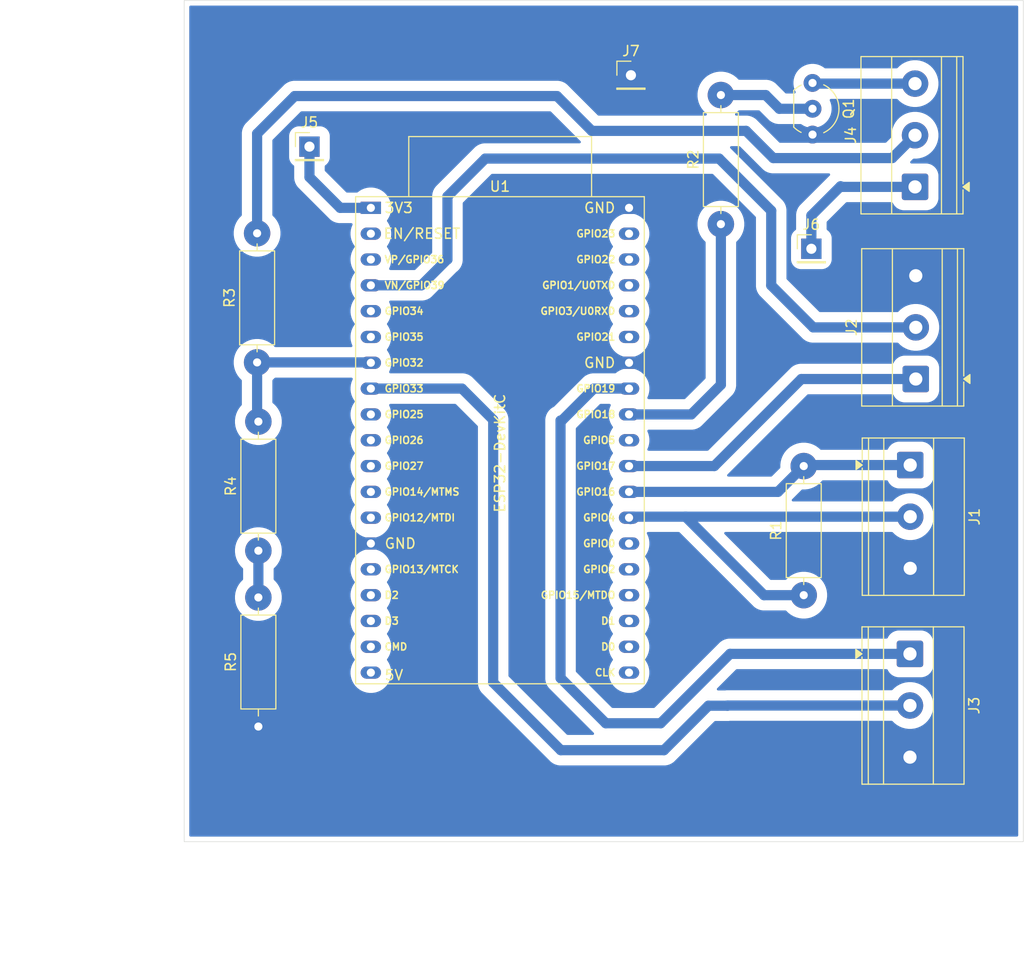
<source format=kicad_pcb>
(kicad_pcb (version 20241229) (generator "pcbnew") (generator_version "9.0")
  (layers (0 "F.Cu" signal) (2 "B.Cu" signal) (13 "F.Paste" user) (15 "B.Paste" user) (5 "F.SilkS" user "F.Silkscreen") (7 "B.SilkS" user "B.Silkscreen") (1 "F.Mask" user) (3 "B.Mask" user) (25 "Edge.Cuts" user))
  (net 0 "")
  (net 1 "GND")
  (net 2 "/TEMP_SENSOR_DATA")
  (net 3 "/TEMP_SENSOR_EN")
  (net 4 "/TDS_SENSOR_DATA")
  (net 5 "/TDS_SENSOR_EN")
  (net 6 "/TURBIDITY_SENSOR_EN")
  (net 7 "/TURBIDITY_SENSOR_DATA")
  (net 8 "+5V")
  (net 9 "Net-(J4-Pin_3)")
  (net 10 "Net-(J4-Pin_2)")
  (net 11 "Net-(Q1-B)")
  (net 12 "/PH_SENSOR_EN")
  (net 13 "/PH_SENSOR_DATA")
  (net 14 "Net-(R4-Pad1)")
  (net 15 "+3.3V")
  (footprint "PCM_Espressif:ESP32-DevKitC" (layer "F.Cu") (at 110.965 52.69812)
    (property "Reference" "U1" (at 12.7 -2.1 0) (layer "F.SilkS"))
    (property "Value" "ESP32-DevKitC" (at 12.7 24.13 90) (layer "F.SilkS"))
    (fp_line (start -1.5 46.82) (end 26.899999 46.82) (stroke (width 0.12)) (layer "F.SilkS"))
    (fp_line (start -1.499999 -1.1) (end -1.5 46.82) (stroke (width 0.12)) (layer "F.SilkS"))
    (fp_line (start 3.73012 -7.01312) (end 21.71332 -7.01312) (stroke (width 0.12)) (layer "F.SilkS"))
    (fp_line (start 3.73012 -1.12032) (end 3.73012 -7.01312) (stroke (width 0.12)) (layer "F.SilkS"))
    (fp_line (start 21.71332 -7.01312) (end 21.71332 -1.12032) (stroke (width 0.12)) (layer "F.SilkS"))
    (fp_line (start 26.899999 46.82) (end 26.9 -1.1) (stroke (width 0.12)) (layer "F.SilkS"))
    (fp_line (start 26.9 -1.1) (end -1.499999 -1.1) (stroke (width 0.12)) (layer "F.SilkS"))
    (fp_text user "GPIO25" (at 1.27 20.32 0) (layer "F.SilkS") (effects (font (size 0.7 0.7)) (justify left)))
    (fp_text user "CMD" (at 1.27 43.18 0) (layer "F.SilkS") (effects (font (size 0.7 0.7)) (justify left)))
    (fp_text user "GND" (at 1.27 33.02 0) (layer "F.SilkS") (effects (justify left)))
    (fp_text user "GPIO22" (at 24.13 5.08 0) (layer "F.SilkS") (effects (font (size 0.7 0.7)) (justify right)))
    (fp_text user "D0" (at 24.13 43.18 0) (layer "F.SilkS") (effects (font (size 0.7 0.7)) (justify right)))
    (fp_text user "GPIO12/MTDI" (at 1.27 30.48 0) (layer "F.SilkS") (effects (font (size 0.7 0.7)) (justify left)))
    (fp_text user "GPIO3/U0RXD" (at 24.13 10.16 0) (layer "F.SilkS") (effects (font (size 0.7 0.7)) (justify right)))
    (fp_text user "GPIO35" (at 1.27 12.7 0) (layer "F.SilkS") (effects (font (size 0.7 0.7)) (justify left)))
    (fp_text user "GPIO1/U0TXD" (at 24.13 7.62 0) (layer "F.SilkS") (effects (font (size 0.7 0.7)) (justify right)))
    (fp_text user "GPIO34" (at 1.27 10.16 0) (layer "F.SilkS") (effects (font (size 0.7 0.7)) (justify left)))
    (fp_text user "D1" (at 24.13 40.64 0) (layer "F.SilkS") (effects (font (size 0.7 0.7)) (justify right)))
    (fp_text user "GPIO16" (at 24.13 27.94 0) (layer "F.SilkS") (effects (font (size 0.7 0.7)) (justify right)))
    (fp_text user "GPIO21" (at 24.13 12.7 0) (layer "F.SilkS") (effects (font (size 0.7 0.7)) (justify right)))
    (fp_text user "EN/RESET" (at 8.88632 2.53728 0) (layer "F.SilkS") (effects (justify right)))
    (fp_text user "GPIO19" (at 24.13 17.78 0) (layer "F.SilkS") (effects (font (size 0.7 0.7)) (justify right)))
    (fp_text user "D3" (at 1.27 40.64 0) (layer "F.SilkS") (effects (font (size 0.7 0.7)) (justify left)))
    (fp_text user "5V" (at 1.26632 45.97128 0) (layer "F.SilkS") (effects (justify left)))
    (fp_text user "GPIO27" (at 1.27 25.4 0) (layer "F.SilkS") (effects (font (size 0.7 0.7)) (justify left)))
    (fp_text user "GPIO5" (at 24.13 22.86 0) (layer "F.SilkS") (effects (font (size 0.7 0.7)) (justify right)))
    (fp_text user "GPIO2" (at 24.13 35.56 0) (layer "F.SilkS") (effects (font (size 0.7 0.7)) (justify right)))
    (fp_text user "GPIO32" (at 1.27 15.24 0) (layer "F.SilkS") (effects (font (size 0.7 0.7)) (justify left)))
    (fp_text user "GND" (at 24.13 15.24 0) (layer "F.SilkS") (effects (justify right)))
    (fp_text user "GPIO17" (at 24.13 25.4 0) (layer "F.SilkS") (effects (font (size 0.7 0.7)) (justify right)))
    (fp_text user "GND" (at 24.13 0 0) (layer "F.SilkS") (effects (justify right)))
    (fp_text user "CLK" (at 24.13 45.72 0) (layer "F.SilkS") (effects (font (size 0.7 0.7)) (justify right)))
    (fp_text user "GPIO4" (at 24.13 30.48 0) (layer "F.SilkS") (effects (font (size 0.7 0.7)) (justify right)))
    (fp_text user "GPIO15/MTDO" (at 24.13 38.1 0) (layer "F.SilkS") (effects (font (size 0.7 0.7)) (justify right)))
    (fp_text user "GPIO33" (at 1.27 17.78 0) (layer "F.SilkS") (effects (font (size 0.7 0.7)) (justify left)))
    (fp_text user "D2" (at 1.27 38.1 0) (layer "F.SilkS") (effects (font (size 0.7 0.7)) (justify left)))
    (fp_text user "GPIO23" (at 24.13 2.54 0) (layer "F.SilkS") (effects (font (size 0.7 0.7)) (justify right)))
    (fp_text user "3V3" (at 1.27 0 0) (layer "F.SilkS") (effects (justify left)))
    (fp_text user "GPIO14/MTMS" (at 1.27 27.94 0) (layer "F.SilkS") (effects (font (size 0.7 0.7)) (justify left)))
    (fp_text user "GPIO18" (at 24.13 20.32 0) (layer "F.SilkS") (effects (font (size 0.7 0.7)) (justify right)))
    (fp_text user "GPIO26" (at 1.27 22.86 0) (layer "F.SilkS") (effects (font (size 0.7 0.7)) (justify left)))
    (fp_text user "VP/GPIO36" (at 1.27 5.08 0) (layer "F.SilkS") (effects (font (size 0.7 0.7)) (justify left)))
    (fp_text user "GPIO13/MTCK" (at 1.27 35.56 0) (layer "F.SilkS") (effects (font (size 0.7 0.7)) (justify left)))
    (fp_text user "VN/GPIO39" (at 1.27 7.62 0) (layer "F.SilkS") (effects (font (size 0.7 0.7)) (justify left)))
    (fp_text user "GPIO0" (at 24.13 33.02 0) (layer "F.SilkS") (effects (font (size 0.7 0.7)) (justify right)))
    (pad "1" thru_hole rect (at 0 0 270) (size 1.2 2) (drill 0.8) (layers "*.Cu" "*.Mask") (net 15 "+3.3V"))
    (pad "2" thru_hole oval (at 0 2.54 270) (size 1.2 2) (drill 0.8) (layers "*.Cu" "*.Mask"))
    (pad "3" thru_hole oval (at 0 5.08 270) (size 1.2 2) (drill 0.8) (layers "*.Cu" "*.Mask"))
    (pad "4" thru_hole oval (at 0 7.62 270) (size 1.2 2) (drill 0.8) (layers "*.Cu" "*.Mask") (net 4 "/TDS_SENSOR_DATA"))
    (pad "5" thru_hole oval (at 0 10.16 270) (size 1.2 2) (drill 0.8) (layers "*.Cu" "*.Mask"))
    (pad "6" thru_hole oval (at 0 12.7 270) (size 1.2 2) (drill 0.8) (layers "*.Cu" "*.Mask"))
    (pad "7" thru_hole oval (at 0 15.24 270) (size 1.2 2) (drill 0.8) (layers "*.Cu" "*.Mask") (net 13 "/PH_SENSOR_DATA"))
    (pad "8" thru_hole oval (at 0 17.78 270) (size 1.2 2) (drill 0.8) (layers "*.Cu" "*.Mask") (net 7 "/TURBIDITY_SENSOR_DATA"))
    (pad "9" thru_hole oval (at 0 20.32 270) (size 1.2 2) (drill 0.8) (layers "*.Cu" "*.Mask"))
    (pad "10" thru_hole oval (at 0 22.86 270) (size 1.2 2) (drill 0.8) (layers "*.Cu" "*.Mask"))
    (pad "11" thru_hole oval (at 0 25.4 270) (size 1.2 2) (drill 0.8) (layers "*.Cu" "*.Mask"))
    (pad "12" thru_hole oval (at 0 27.94 270) (size 1.2 2) (drill 0.8) (layers "*.Cu" "*.Mask"))
    (pad "13" thru_hole oval (at 0 30.48 270) (size 1.2 2) (drill 0.8) (layers "*.Cu" "*.Mask"))
    (pad "14" thru_hole oval (at 0 33.02 270) (size 1.2 2) (drill 0.8) (layers "*.Cu" "*.Mask") (net 1 "GND"))
    (pad "15" thru_hole oval (at 0 35.56 270) (size 1.2 2) (drill 0.8) (layers "*.Cu" "*.Mask"))
    (pad "16" thru_hole oval (at 0 38.1 270) (size 1.2 2) (drill 0.8) (layers "*.Cu" "*.Mask"))
    (pad "17" thru_hole oval (at 0 40.64 270) (size 1.2 2) (drill 0.8) (layers "*.Cu" "*.Mask"))
    (pad "18" thru_hole oval (at 0 43.18 270) (size 1.2 2) (drill 0.8) (layers "*.Cu" "*.Mask"))
    (pad "19" thru_hole oval (at 0 45.72 270) (size 1.2 2) (drill 0.8) (layers "*.Cu" "*.Mask"))
    (pad "20" thru_hole oval (at 25.39632 45.71728 270) (size 1.2 2) (drill 0.8) (layers "*.Cu" "*.Mask"))
    (pad "21" thru_hole oval (at 25.39632 43.17728 270) (size 1.2 2) (drill 0.8) (layers "*.Cu" "*.Mask"))
    (pad "22" thru_hole oval (at 25.4 40.64 270) (size 1.2 2) (drill 0.8) (layers "*.Cu" "*.Mask"))
    (pad "23" thru_hole oval (at 25.4 38.1 270) (size 1.2 2) (drill 0.8) (layers "*.Cu" "*.Mask"))
    (pad "24" thru_hole oval (at 25.4 35.56 270) (size 1.2 2) (drill 0.8) (layers "*.Cu" "*.Mask"))
    (pad "25" thru_hole oval (at 25.4 33.02 270) (size 1.2 2) (drill 0.8) (layers "*.Cu" "*.Mask"))
    (pad "26" thru_hole oval (at 25.4 30.48 270) (size 1.2 2) (drill 0.8) (layers "*.Cu" "*.Mask") (net 2 "/TEMP_SENSOR_DATA"))
    (pad "27" thru_hole oval (at 25.4 27.94 270) (size 1.2 2) (drill 0.8) (layers "*.Cu" "*.Mask") (net 3 "/TEMP_SENSOR_EN"))
    (pad "28" thru_hole oval (at 25.4 25.4 270) (size 1.2 2) (drill 0.8) (layers "*.Cu" "*.Mask") (net 5 "/TDS_SENSOR_EN"))
    (pad "29" thru_hole oval (at 25.4 22.86 270) (size 1.2 2) (drill 0.8) (layers "*.Cu" "*.Mask"))
    (pad "30" thru_hole oval (at 25.4 20.32 270) (size 1.2 2) (drill 0.8) (layers "*.Cu" "*.Mask") (net 12 "/PH_SENSOR_EN"))
    (pad "31" thru_hole oval (at 25.4 17.78 270) (size 1.2 2) (drill 0.8) (layers "*.Cu" "*.Mask") (net 6 "/TURBIDITY_SENSOR_EN"))
    (pad "32" thru_hole oval (at 25.4 15.24 270) (size 1.2 2) (drill 0.8) (layers "*.Cu" "*.Mask") (net 1 "GND"))
    (pad "33" thru_hole oval (at 25.4 12.7 270) (size 1.2 2) (drill 0.8) (layers "*.Cu" "*.Mask"))
    (pad "34" thru_hole oval (at 25.4 10.16 270) (size 1.2 2) (drill 0.8) (layers "*.Cu" "*.Mask"))
    (pad "35" thru_hole oval (at 25.4 7.62 270) (size 1.2 2) (drill 0.8) (layers "*.Cu" "*.Mask"))
    (pad "36" thru_hole oval (at 25.4 5.08 270) (size 1.2 2) (drill 0.8) (layers "*.Cu" "*.Mask"))
    (pad "37" thru_hole oval (at 25.4 2.54 270) (size 1.2 2) (drill 0.8) (layers "*.Cu" "*.Mask"))
    (pad "38" thru_hole oval (at 25.4 0 270) (size 1.2 2) (drill 0.8) (layers "*.Cu" "*.Mask") (net 1 "GND"))
  )
  (footprint "Connector_PinHeader_2.54mm:PinHeader_1x01_P2.54mm_Vertical" (layer "F.Cu") (at 136.55 39.65)
    (property "Reference" "J7" (at 0 -2.38 0) (layer "F.SilkS"))
    (property "Value" "Conn_01x01_Pin")
    (fp_line (start -1.38 -1.38) (end 0 -1.38) (stroke (width 0.12)) (layer "F.SilkS"))
    (fp_line (start -1.38 0) (end -1.38 -1.38) (stroke (width 0.12)) (layer "F.SilkS"))
    (fp_line (start -1.38 1.27) (end -1.38 1.38) (stroke (width 0.12)) (layer "F.SilkS"))
    (fp_line (start -1.38 1.27) (end 1.38 1.27) (stroke (width 0.12)) (layer "F.SilkS"))
    (fp_line (start -1.38 1.38) (end 1.38 1.38) (stroke (width 0.12)) (layer "F.SilkS"))
    (fp_line (start 1.38 1.27) (end 1.38 1.38) (stroke (width 0.12)) (layer "F.SilkS"))
    (pad "1" thru_hole rect (at 0 0) (size 1.7 1.7) (drill 1) (layers "*.Cu" "*.Mask") (net 1 "GND"))
  )
  (footprint "Package_TO_SOT_THT:TO-92_Inline_Wide" (layer "F.Cu") (at 154.415 40.41 -90)
    (property "Reference" "Q1" (at 2.54 -3.56 90) (layer "F.SilkS"))
    (property "Value" "NPN")
    (fp_line (start 0.74 1.85) (end 4.34 1.85) (stroke (width 0.12)) (layer "F.SilkS"))
    (fp_arc (start 0.74 1.85) (mid 0.446097 1.509328) (end 0.215816 1.122795) (stroke (width 0.12)) (layer "F.SilkS"))
    (fp_arc (start 4.864184 1.122795) (mid 4.633903 1.509328) (end 4.34 1.85) (stroke (width 0.12)) (layer "F.SilkS"))
    (fp_arc (start 0.1836 -1.098807) (mid 1.143021 -2.192817) (end 2.54 -2.6) (stroke (width 0.12)) (layer "F.SilkS"))
    (fp_arc (start 2.54 -2.6) (mid 3.936979 -2.192818) (end 4.8964 -1.098807) (stroke (width 0.12)) (layer "F.SilkS"))
    (pad "1" thru_hole circle (at 0 0 270) (size 1.75 1.75) (drill 0.8) (layers "*.Cu" "*.Mask") (net 9 "Net-(J4-Pin_3)"))
    (pad "2" thru_hole circle (at 2.54 0 270) (size 1.75 1.75) (drill 0.8) (layers "*.Cu" "*.Mask") (net 11 "Net-(Q1-B)"))
    (pad "3" thru_hole circle (at 5.08 0 270) (size 1.75 1.75) (drill 0.8) (layers "*.Cu" "*.Mask") (net 1 "GND"))
  )
  (footprint "Connector_PinHeader_2.54mm:PinHeader_1x01_P2.54mm_Vertical" (layer "F.Cu") (at 154.3 56.725)
    (property "Reference" "J6" (at 0 -2.38 0) (layer "F.SilkS"))
    (property "Value" "Conn_01x01_Pin")
    (fp_line (start -1.38 -1.38) (end 0 -1.38) (stroke (width 0.12)) (layer "F.SilkS"))
    (fp_line (start -1.38 0) (end -1.38 -1.38) (stroke (width 0.12)) (layer "F.SilkS"))
    (fp_line (start -1.38 1.27) (end -1.38 1.38) (stroke (width 0.12)) (layer "F.SilkS"))
    (fp_line (start -1.38 1.27) (end 1.38 1.27) (stroke (width 0.12)) (layer "F.SilkS"))
    (fp_line (start -1.38 1.38) (end 1.38 1.38) (stroke (width 0.12)) (layer "F.SilkS"))
    (fp_line (start 1.38 1.27) (end 1.38 1.38) (stroke (width 0.12)) (layer "F.SilkS"))
    (pad "1" thru_hole rect (at 0 0) (size 2 2) (drill 1) (layers "*.Cu" "*.Mask") (net 8 "+5V"))
  )
  (footprint "Resistor_THT:R_Axial_DIN0309_L9.0mm_D3.2mm_P12.70mm_Horizontal" (layer "F.Cu") (at 99.9 103.725 90)
    (property "Reference" "R5" (at 6.35 -2.72 90) (layer "F.SilkS"))
    (property "Value" "1k")
    (fp_line (start 11.66 0) (end 10.97 0) (stroke (width 0.12)) (layer "F.SilkS"))
    (fp_line (start 1.04 0) (end 1.73 0) (stroke (width 0.12)) (layer "F.SilkS"))
    (fp_rect (start 1.73 -1.72) (end 10.97 1.72) (stroke (width 0.12)) (fill no) (layer "F.SilkS"))
    (pad "1" thru_hole circle (at 0 0 90) (size 1.6 1.6) (drill 0.8) (layers "*.Cu" "*.Mask") (net 1 "GND"))
    (pad "2" thru_hole circle (at 12.7 0 90) (size 2.6 2.6) (drill 0.8) (layers "*.Cu" "*.Mask") (net 14 "Net-(R4-Pad1)"))
  )
  (footprint "Connector_PinHeader_2.54mm:PinHeader_1x01_P2.54mm_Vertical" (layer "F.Cu") (at 104.925 46.675)
    (property "Reference" "J5" (at 0 -2.38 0) (layer "F.SilkS"))
    (property "Value" "Conn_01x01_Pin")
    (fp_line (start -1.38 -1.38) (end 0 -1.38) (stroke (width 0.12)) (layer "F.SilkS"))
    (fp_line (start -1.38 0) (end -1.38 -1.38) (stroke (width 0.12)) (layer "F.SilkS"))
    (fp_line (start -1.38 1.27) (end -1.38 1.38) (stroke (width 0.12)) (layer "F.SilkS"))
    (fp_line (start -1.38 1.27) (end 1.38 1.27) (stroke (width 0.12)) (layer "F.SilkS"))
    (fp_line (start -1.38 1.38) (end 1.38 1.38) (stroke (width 0.12)) (layer "F.SilkS"))
    (fp_line (start 1.38 1.27) (end 1.38 1.38) (stroke (width 0.12)) (layer "F.SilkS"))
    (pad "1" thru_hole rect (at 0 0) (size 2 2) (drill 1) (layers "*.Cu" "*.Mask") (net 15 "+3.3V"))
  )
  (footprint "TerminalBlock_Phoenix:TerminalBlock_Phoenix_MKDS-1,5-3-5.08_1x03_P5.08mm_Horizontal" (layer "F.Cu") (at 164.5725 69.535 90)
    (property "Reference" "J2" (at 5.08 -6.32 90) (layer "F.SilkS"))
    (property "Value" "Screw_Terminal_01x03")
    (fp_line (start 12.82 -5.32) (end 12.82 4.72) (stroke (width 0.12)) (layer "F.SilkS"))
    (fp_line (start -2.66 -5.32) (end 12.82 -5.32) (stroke (width 0.12)) (layer "F.SilkS"))
    (fp_line (start -2.66 -2.3) (end 12.82 -2.3) (stroke (width 0.12)) (layer "F.SilkS"))
    (fp_line (start -2.66 2.6) (end 12.82 2.6) (stroke (width 0.12)) (layer "F.SilkS"))
    (fp_line (start -2.66 4.1) (end 12.82 4.1) (stroke (width 0.12)) (layer "F.SilkS"))
    (fp_line (start 12.82 4.72) (end 0.3 4.72) (stroke (width 0.12)) (layer "F.SilkS"))
    (fp_line (start -0.3 4.72) (end -2.66 4.72) (stroke (width 0.12)) (layer "F.SilkS"))
    (fp_line (start -2.66 4.72) (end -2.66 -5.32) (stroke (width 0.12)) (layer "F.SilkS"))
    (fp_poly (pts (xy 0 4.72) (xy 0.44 5.33) (xy -0.44 5.33)) (stroke (width 0.12)) (fill yes) (layer "F.SilkS"))
    (pad "1" thru_hole roundrect (at 0 0 90) (size 2.6 2.6) (drill 1.3) (layers "*.Cu" "*.Mask") (roundrect_rratio 0.096154) (net 5 "/TDS_SENSOR_EN"))
    (pad "2" thru_hole circle (at 5.08 0 90) (size 2.6 2.6) (drill 1.3) (layers "*.Cu" "*.Mask") (net 4 "/TDS_SENSOR_DATA"))
    (pad "3" thru_hole circle (at 10.16 0 90) (size 2.6 2.6) (drill 1.3) (layers "*.Cu" "*.Mask") (net 1 "GND"))
  )
  (footprint "TerminalBlock_Phoenix:TerminalBlock_Phoenix_MKDS-1,5-3-5.08_1x03_P5.08mm_Horizontal" (layer "F.Cu") (at 164.5 50.635 90)
    (property "Reference" "J4" (at 5.08 -6.32 90) (layer "F.SilkS"))
    (property "Value" "Screw_Terminal_01x03")
    (fp_line (start 12.82 -5.32) (end 12.82 4.72) (stroke (width 0.12)) (layer "F.SilkS"))
    (fp_line (start -2.66 -5.32) (end 12.82 -5.32) (stroke (width 0.12)) (layer "F.SilkS"))
    (fp_line (start -2.66 -2.3) (end 12.82 -2.3) (stroke (width 0.12)) (layer "F.SilkS"))
    (fp_line (start -2.66 2.6) (end 12.82 2.6) (stroke (width 0.12)) (layer "F.SilkS"))
    (fp_line (start -2.66 4.1) (end 12.82 4.1) (stroke (width 0.12)) (layer "F.SilkS"))
    (fp_line (start 12.82 4.72) (end 0.3 4.72) (stroke (width 0.12)) (layer "F.SilkS"))
    (fp_line (start -0.3 4.72) (end -2.66 4.72) (stroke (width 0.12)) (layer "F.SilkS"))
    (fp_line (start -2.66 4.72) (end -2.66 -5.32) (stroke (width 0.12)) (layer "F.SilkS"))
    (fp_poly (pts (xy 0 4.72) (xy 0.44 5.33) (xy -0.44 5.33)) (stroke (width 0.12)) (fill yes) (layer "F.SilkS"))
    (pad "1" thru_hole roundrect (at 0 0 90) (size 2.6 2.6) (drill 1.3) (layers "*.Cu" "*.Mask") (roundrect_rratio 0.096154) (net 8 "+5V"))
    (pad "2" thru_hole circle (at 5.08 0 90) (size 2.6 2.6) (drill 1.3) (layers "*.Cu" "*.Mask") (net 10 "Net-(J4-Pin_2)"))
    (pad "3" thru_hole circle (at 10.16 0 90) (size 2.6 2.6) (drill 1.3) (layers "*.Cu" "*.Mask") (net 9 "Net-(J4-Pin_3)"))
  )
  (footprint "Resistor_THT:R_Axial_DIN0309_L9.0mm_D3.2mm_P12.70mm_Horizontal" (layer "F.Cu") (at 153.55 90.8 90)
    (property "Reference" "R1" (at 6.35 -2.72 90) (layer "F.SilkS"))
    (property "Value" "4.7k")
    (fp_line (start 11.66 0) (end 10.97 0) (stroke (width 0.12)) (layer "F.SilkS"))
    (fp_line (start 1.04 0) (end 1.73 0) (stroke (width 0.12)) (layer "F.SilkS"))
    (fp_rect (start 1.73 -1.72) (end 10.97 1.72) (stroke (width 0.12)) (fill no) (layer "F.SilkS"))
    (pad "1" thru_hole circle (at 0 0 90) (size 2.6 2.6) (drill 0.8) (layers "*.Cu" "*.Mask") (net 2 "/TEMP_SENSOR_DATA"))
    (pad "2" thru_hole circle (at 12.7 0 90) (size 2.6 2.6) (drill 0.8) (layers "*.Cu" "*.Mask") (net 3 "/TEMP_SENSOR_EN"))
  )
  (footprint "Resistor_THT:R_Axial_DIN0309_L9.0mm_D3.2mm_P12.70mm_Horizontal" (layer "F.Cu") (at 99.9 86.425 90)
    (property "Reference" "R4" (at 6.35 -2.72 90) (layer "F.SilkS"))
    (property "Value" "1k")
    (fp_line (start 11.66 0) (end 10.97 0) (stroke (width 0.12)) (layer "F.SilkS"))
    (fp_line (start 1.04 0) (end 1.73 0) (stroke (width 0.12)) (layer "F.SilkS"))
    (fp_rect (start 1.73 -1.72) (end 10.97 1.72) (stroke (width 0.12)) (fill no) (layer "F.SilkS"))
    (pad "1" thru_hole circle (at 0 0 90) (size 2.6 2.6) (drill 0.8) (layers "*.Cu" "*.Mask") (net 14 "Net-(R4-Pad1)"))
    (pad "2" thru_hole circle (at 12.7 0 90) (size 2.6 2.6) (drill 0.8) (layers "*.Cu" "*.Mask") (net 13 "/PH_SENSOR_DATA"))
  )
  (footprint "Resistor_THT:R_Axial_DIN0309_L9.0mm_D3.2mm_P12.70mm_Horizontal" (layer "F.Cu") (at 145.4 54.3 90)
    (property "Reference" "R2" (at 6.35 -2.72 90) (layer "F.SilkS"))
    (property "Value" "2.2k")
    (fp_line (start 11.66 0) (end 10.97 0) (stroke (width 0.12)) (layer "F.SilkS"))
    (fp_line (start 1.04 0) (end 1.73 0) (stroke (width 0.12)) (layer "F.SilkS"))
    (fp_rect (start 1.73 -1.72) (end 10.97 1.72) (stroke (width 0.12)) (fill no) (layer "F.SilkS"))
    (pad "1" thru_hole circle (at 0 0 90) (size 2.6 2.6) (drill 0.8) (layers "*.Cu" "*.Mask") (net 12 "/PH_SENSOR_EN"))
    (pad "2" thru_hole circle (at 12.7 0 90) (size 2.6 2.6) (drill 0.8) (layers "*.Cu" "*.Mask") (net 11 "Net-(Q1-B)"))
  )
  (footprint "TerminalBlock_Phoenix:TerminalBlock_Phoenix_MKDS-1,5-3-5.08_1x03_P5.08mm_Horizontal" (layer "F.Cu") (at 164.025 78 -90)
    (property "Reference" "J1" (at 5.08 -6.32 90) (layer "F.SilkS"))
    (property "Value" "Screw_Terminal_01x03")
    (fp_line (start -2.66 4.72) (end -2.66 -5.32) (stroke (width 0.12)) (layer "F.SilkS"))
    (fp_line (start -0.3 4.72) (end -2.66 4.72) (stroke (width 0.12)) (layer "F.SilkS"))
    (fp_line (start 12.82 4.72) (end 0.3 4.72) (stroke (width 0.12)) (layer "F.SilkS"))
    (fp_line (start -2.66 4.1) (end 12.82 4.1) (stroke (width 0.12)) (layer "F.SilkS"))
    (fp_line (start -2.66 2.6) (end 12.82 2.6) (stroke (width 0.12)) (layer "F.SilkS"))
    (fp_line (start -2.66 -2.3) (end 12.82 -2.3) (stroke (width 0.12)) (layer "F.SilkS"))
    (fp_line (start -2.66 -5.32) (end 12.82 -5.32) (stroke (width 0.12)) (layer "F.SilkS"))
    (fp_line (start 12.82 -5.32) (end 12.82 4.72) (stroke (width 0.12)) (layer "F.SilkS"))
    (fp_poly (pts (xy 0 4.72) (xy 0.44 5.33) (xy -0.44 5.33)) (stroke (width 0.12)) (fill yes) (layer "F.SilkS"))
    (pad "1" thru_hole roundrect (at 0 0 270) (size 2.6 2.6) (drill 1.3) (layers "*.Cu" "*.Mask") (roundrect_rratio 0.096154) (net 3 "/TEMP_SENSOR_EN"))
    (pad "2" thru_hole circle (at 5.08 0 270) (size 2.6 2.6) (drill 1.3) (layers "*.Cu" "*.Mask") (net 2 "/TEMP_SENSOR_DATA"))
    (pad "3" thru_hole circle (at 10.16 0 270) (size 2.6 2.6) (drill 1.3) (layers "*.Cu" "*.Mask") (net 1 "GND"))
  )
  (footprint "TerminalBlock_Phoenix:TerminalBlock_Phoenix_MKDS-1,5-3-5.08_1x03_P5.08mm_Horizontal" (layer "F.Cu") (at 164 96.575 -90)
    (property "Reference" "J3" (at 5.08 -6.32 90) (layer "F.SilkS"))
    (property "Value" "Screw_Terminal_01x03")
    (fp_line (start -2.66 4.72) (end -2.66 -5.32) (stroke (width 0.12)) (layer "F.SilkS"))
    (fp_line (start -0.3 4.72) (end -2.66 4.72) (stroke (width 0.12)) (layer "F.SilkS"))
    (fp_line (start 12.82 4.72) (end 0.3 4.72) (stroke (width 0.12)) (layer "F.SilkS"))
    (fp_line (start -2.66 4.1) (end 12.82 4.1) (stroke (width 0.12)) (layer "F.SilkS"))
    (fp_line (start -2.66 2.6) (end 12.82 2.6) (stroke (width 0.12)) (layer "F.SilkS"))
    (fp_line (start -2.66 -2.3) (end 12.82 -2.3) (stroke (width 0.12)) (layer "F.SilkS"))
    (fp_line (start -2.66 -5.32) (end 12.82 -5.32) (stroke (width 0.12)) (layer "F.SilkS"))
    (fp_line (start 12.82 -5.32) (end 12.82 4.72) (stroke (width 0.12)) (layer "F.SilkS"))
    (fp_poly (pts (xy 0 4.72) (xy 0.44 5.33) (xy -0.44 5.33)) (stroke (width 0.12)) (fill yes) (layer "F.SilkS"))
    (pad "1" thru_hole roundrect (at 0 0 270) (size 2.6 2.6) (drill 1.3) (layers "*.Cu" "*.Mask") (roundrect_rratio 0.096154) (net 6 "/TURBIDITY_SENSOR_EN"))
    (pad "2" thru_hole circle (at 5.08 0 270) (size 2.6 2.6) (drill 1.3) (layers "*.Cu" "*.Mask") (net 7 "/TURBIDITY_SENSOR_DATA"))
    (pad "3" thru_hole circle (at 10.16 0 270) (size 2.6 2.6) (drill 1.3) (layers "*.Cu" "*.Mask") (net 1 "GND"))
  )
  (footprint "Resistor_THT:R_Axial_DIN0309_L9.0mm_D3.2mm_P12.70mm_Horizontal" (layer "F.Cu") (at 99.775 67.9 90)
    (property "Reference" "R3" (at 6.35 -2.72 90) (layer "F.SilkS"))
    (property "Value" "1k")
    (fp_line (start 11.66 0) (end 10.97 0) (stroke (width 0.12)) (layer "F.SilkS"))
    (fp_line (start 1.04 0) (end 1.73 0) (stroke (width 0.12)) (layer "F.SilkS"))
    (fp_rect (start 1.73 -1.72) (end 10.97 1.72) (stroke (width 0.12)) (fill no) (layer "F.SilkS"))
    (pad "1" thru_hole circle (at 0 0 90) (size 2.6 2.6) (drill 0.8) (layers "*.Cu" "*.Mask") (net 13 "/PH_SENSOR_DATA"))
    (pad "2" thru_hole circle (at 12.7 0 90) (size 2.6 2.6) (drill 0.8) (layers "*.Cu" "*.Mask") (net 10 "Net-(J4-Pin_2)"))
  )
  (gr_rect (start 92.6 32.3) (end 175.15 115.05) (stroke (width 0.05)) (fill no) (layer "Edge.Cuts"))
  (segment (start 141.925 83.08) (end 136.46312 83.08) (width 1) (layer "B.Cu") (net 2))
  (segment (start 136.50688 83.32) (end 136.365 83.17812) (width 1) (layer "B.Cu") (net 2))
  (segment (start 164.025 83.08) (end 141.925 83.08) (width 1) (layer "B.Cu") (net 2))
  (segment (start 149.645 90.8) (end 141.925 83.08) (width 1) (layer "B.Cu") (net 2))
  (segment (start 153.55 90.8) (end 149.645 90.8) (width 1) (layer "B.Cu") (net 2))
  (segment (start 136.46312 83.08) (end 136.365 83.17812) (width 1) (layer "B.Cu") (net 2))
  (segment (start 153.55 78.1) (end 151.01188 80.63812) (width 1) (layer "B.Cu") (net 3))
  (segment (start 164.025 78) (end 153.375 78) (width 1) (layer "B.Cu") (net 3))
  (segment (start 151.01188 80.63812) (end 136.365 80.63812) (width 1) (layer "B.Cu") (net 3))
  (segment (start 115.93188 60.31812) (end 110.965 60.31812) (width 1) (layer "B.Cu") (net 4))
  (segment (start 118.5 57.775) (end 118.475 57.775) (width 1) (layer "B.Cu") (net 4))
  (segment (start 118.5 51.575) (end 118.5 57.775) (width 1) (layer "B.Cu") (net 4))
  (segment (start 122.225 47.85) (end 118.5 51.575) (width 1) (layer "B.Cu") (net 4))
  (segment (start 118.475 57.775) (end 115.93188 60.31812) (width 1) (layer "B.Cu") (net 4))
  (segment (start 164.5725 64.455) (end 154.48 64.455) (width 1) (layer "B.Cu") (net 4))
  (segment (start 150.35 60.325) (end 150.35 52.975) (width 1) (layer "B.Cu") (net 4))
  (segment (start 154.48 64.455) (end 150.35 60.325) (width 1) (layer "B.Cu") (net 4))
  (segment (start 150.35 52.975) (end 145.225 47.85) (width 1) (layer "B.Cu") (net 4))
  (segment (start 145.225 47.85) (end 122.225 47.85) (width 1) (layer "B.Cu") (net 4))
  (segment (start 144.75188 78.09812) (end 136.365 78.09812) (width 1) (layer "B.Cu") (net 5))
  (segment (start 153.315 69.535) (end 144.75188 78.09812) (width 1) (layer "B.Cu") (net 5))
  (segment (start 164.5725 69.535) (end 153.315 69.535) (width 1) (layer "B.Cu") (net 5))
  (segment (start 129.625 73.625) (end 129.75 73.625) (width 1) (layer "B.Cu") (net 6))
  (segment (start 146.3 96.575) (end 139.475 103.4) (width 1) (layer "B.Cu") (net 6))
  (segment (start 132.89688 70.47812) (end 136.365 70.47812) (width 1) (layer "B.Cu") (net 6))
  (segment (start 129.75 73.625) (end 132.89688 70.47812) (width 1) (layer "B.Cu") (net 6))
  (segment (start 129.625 98.95) (end 129.625 73.625) (width 1) (layer "B.Cu") (net 6))
  (segment (start 164 96.575) (end 146.3 96.575) (width 1) (layer "B.Cu") (net 6))
  (segment (start 134.075 103.4) (end 129.625 98.95) (width 1) (layer "B.Cu") (net 6))
  (segment (start 139.475 103.4) (end 134.075 103.4) (width 1) (layer "B.Cu") (net 6))
  (segment (start 144.175 101.675) (end 139.8 106.05) (width 1) (layer "B.Cu") (net 7))
  (segment (start 146.05 101.675) (end 144.175 101.675) (width 1) (layer "B.Cu") (net 7))
  (segment (start 119.92812 70.47812) (end 110.965 70.47812) (width 1) (layer "B.Cu") (net 7))
  (segment (start 146.07 101.655) (end 146.05 101.675) (width 1) (layer "B.Cu") (net 7))
  (segment (start 139.8 106.05) (end 129.65 106.05) (width 1) (layer "B.Cu") (net 7))
  (segment (start 129.65 106.05) (end 123 99.4) (width 1) (layer "B.Cu") (net 7))
  (segment (start 123 73.55) (end 119.92812 70.47812) (width 1) (layer "B.Cu") (net 7))
  (segment (start 164 101.655) (end 146.07 101.655) (width 1) (layer "B.Cu") (net 7))
  (segment (start 123 99.4) (end 123 73.55) (width 1) (layer "B.Cu") (net 7))
  (segment (start 164.39 50.525) (end 164.5 50.635) (width 1) (layer "B.Cu") (net 8))
  (segment (start 154.3 53.45) (end 157.175 50.575) (width 1) (layer "B.Cu") (net 8))
  (segment (start 157.175 50.575) (end 157.235 50.635) (width 1) (layer "B.Cu") (net 8))
  (segment (start 154.3 56.725) (end 154.3 53.45) (width 1) (layer "B.Cu") (net 8))
  (segment (start 157.235 50.635) (end 164.5 50.635) (width 1) (layer "B.Cu") (net 8))
  (segment (start 164.5 40.475) (end 154.48 40.475) (width 1) (layer "B.Cu") (net 9))
  (segment (start 154.48 40.475) (end 154.415 40.41) (width 1) (layer "B.Cu") (net 9))
  (segment (start 132.7 45.125) (end 129.275 41.7) (width 1) (layer "B.Cu") (net 10))
  (segment (start 162.255 47.8) (end 150.55 47.8) (width 1) (layer "B.Cu") (net 10))
  (segment (start 99.775 45.4) (end 99.775 55.2) (width 1) (layer "B.Cu") (net 10))
  (segment (start 164.5 45.555) (end 162.255 47.8) (width 1) (layer "B.Cu") (net 10))
  (segment (start 129.275 41.7) (end 103.475 41.7) (width 1) (layer "B.Cu") (net 10))
  (segment (start 147.875 45.125) (end 132.7 45.125) (width 1) (layer "B.Cu") (net 10))
  (segment (start 103.475 41.7) (end 99.775 45.4) (width 1) (layer "B.Cu") (net 10))
  (segment (start 150.55 47.8) (end 147.875 45.125) (width 1) (layer "B.Cu") (net 10))
  (segment (start 145.4 41.6) (end 149.8 41.6) (width 1) (layer "B.Cu") (net 11))
  (segment (start 149.8 41.6) (end 151.15 42.95) (width 1) (layer "B.Cu") (net 11))
  (segment (start 151.15 42.95) (end 154.415 42.95) (width 1) (layer "B.Cu") (net 11))
  (segment (start 145.4 70.1) (end 142.48188 73.01812) (width 1) (layer "B.Cu") (net 12))
  (segment (start 142.48188 73.01812) (end 136.365 73.01812) (width 1) (layer "B.Cu") (net 12))
  (segment (start 145.4 54.3) (end 145.4 70.1) (width 1) (layer "B.Cu") (net 12))
  (segment (start 99.775 67.9) (end 99.775 73.6) (width 1) (layer "B.Cu") (net 13))
  (segment (start 99.775 73.6) (end 99.9 73.725) (width 1) (layer "B.Cu") (net 13))
  (segment (start 110.92688 67.9) (end 110.965 67.93812) (width 1) (layer "B.Cu") (net 13))
  (segment (start 99.775 67.9) (end 110.92688 67.9) (width 1) (layer "B.Cu") (net 13))
  (segment (start 99.9 86.425) (end 99.9 91.025) (width 1) (layer "B.Cu") (net 14))
  (segment (start 104.925 46.675) (end 104.925 49.675) (width 1) (layer "B.Cu") (net 15))
  (segment (start 110.925 52.65812) (end 110.965 52.69812) (width 1) (layer "B.Cu") (net 15))
  (segment (start 107.94812 52.69812) (end 110.965 52.69812) (width 1) (layer "B.Cu") (net 15))
  (segment (start 104.925 49.675) (end 107.94812 52.69812) (width 1) (layer "B.Cu") (net 15))
  (zone (net 1) (net_name "GND") (layer "B.Cu") (connect_pads yes (clearance 0.5)) (min_thickness 0.25) (fill yes (thermal_gap 0.5) (thermal_bridge_width 0.5))
    (polygon (pts (xy 92.625 32.3) (xy 92.625 115.125) (xy 175.175 115.1) (xy 175.15 32.3) (xy 92.9 32.3) (xy 92.775 32.3)))
  )
)
</source>
